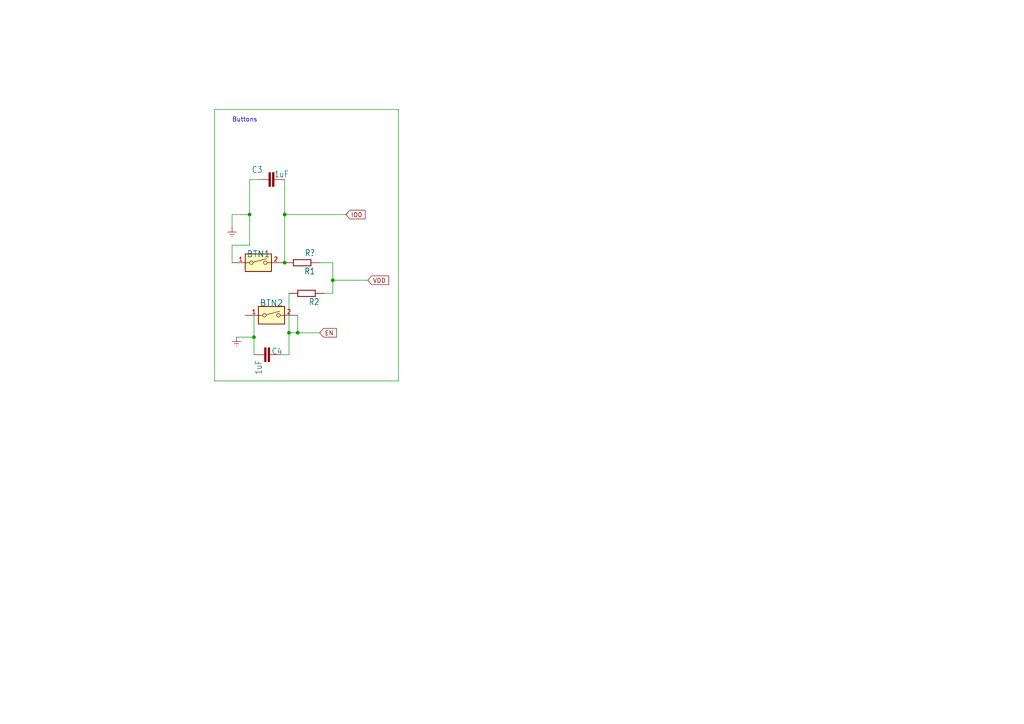
<source format=kicad_sch>
(kicad_sch (version 20211123) (generator eeschema)
  (paper "A4")
  (lib_symbols
    (symbol "Switch:SW_DIP_x01" (pin_names (offset 0) hide)
      (property "Reference" "SW" (at 0 3.81 0))
      (property "Value" "SW_DIP_x01" (at 0 -3.81 0))
      (symbol "SW_DIP_x01_0_0"
        (circle (center -2.032 0) (radius 0.508))
        (polyline (pts (xy -1.524 0.127) (xy 2.3622 1.1684)))
        (circle (center 2.032 0) (radius 0.508))
      )
      (symbol "SW_DIP_x01_0_1"
        (rectangle (start -3.81 2.54) (end 3.81 -2.54) (stroke (width 0.254)) (fill (type background)))
      )
      (symbol "SW_DIP_x01_1_1"
        (pin passive line (at -7.62 0 0) (length 5.08) (name "~") (number "1"))
        (pin passive line (at 7.62 0 180) (length 5.08) (name "~") (number "2"))
      )
    )
    (symbol "esp32s2Stick-eagle-import:C-EUC0805"
      (property "Reference" "C" (at 1.524 0.381 0))
      (property "Value" "C-EUC0805" (at 1.524 -4.699 0))
      (symbol "C-EUC0805_1_0"
        (rectangle (start -2.032 -2.032) (end 2.032 -1.524) (fill (type outline)))
        (rectangle (start -2.032 -1.016) (end 2.032 -0.508) (fill (type outline)))
        (polyline (pts (xy 0 -2.54) (xy 0 -2.032)) (stroke (width 0.1524)))
        (polyline (pts (xy 0 0) (xy 0 -0.508)) (stroke (width 0.1524)))
        (pin passive line (at 0 2.54 270) (length 2.54) (name "1") (number "1"))
        (pin passive line (at 0 -5.08 90) (length 2.54) (name "2") (number "2"))
      )
    )
    (symbol "esp32s2Stick-eagle-import:R-EU_R0603"
      (property "Reference" "R" (at -3.81 1.4986 0))
      (property "Value" "R-EU_R0603" (at -3.81 -3.302 0))
      (symbol "R-EU_R0603_1_0"
        (polyline (pts (xy -2.54 -0.889) (xy -2.54 0.889)) (stroke (width 0.254)))
        (polyline (pts (xy -2.54 -0.889) (xy 2.54 -0.889)) (stroke (width 0.254)))
        (polyline (pts (xy 2.54 -0.889) (xy 2.54 0.889)) (stroke (width 0.254)))
        (polyline (pts (xy 2.54 0.889) (xy -2.54 0.889)) (stroke (width 0.254)))
        (pin passive line (at -5.08 0 0) (length 2.54) (name "1") (number "1"))
        (pin passive line (at 5.08 0 180) (length 2.54) (name "2") (number "2"))
      )
    )
    (symbol "power:Earth" (power) (pin_names (offset 0))
      (symbol "Earth_0_1"
        (polyline (pts (xy -0.635 -1.905) (xy 0.635 -1.905)))
        (polyline (pts (xy -0.127 -2.54) (xy 0.127 -2.54)))
        (polyline (pts (xy 0 -1.27) (xy 0 0)))
        (polyline (pts (xy 1.27 -1.27) (xy -1.27 -1.27)))
      )
      (symbol "Earth_1_1"
        (pin power_in line (at 0 0 270) (length 0) hide (name "Earth") (number "1"))
      )
    )
  )
  (junction (at 86.36 96.52))
  (junction (at 82.55 76.2))
  (junction (at 96.52 81.28))
  (junction (at 72.39 62.23))
  (junction (at 73.66 97.79))
  (junction (at 82.55 62.23))
  (junction (at 83.82 96.52))
  (wire (pts (xy 92.71 76.2) (xy 96.52 76.2)))
  (wire (pts (xy 115.57 31.75) (xy 115.57 110.49)))
  (wire (pts (xy 82.55 52.07) (xy 82.55 62.23)))
  (wire (pts (xy 106.68 81.28) (xy 96.52 81.28)))
  (wire (pts (xy 93.98 85.09) (xy 96.52 85.09)))
  (wire (pts (xy 96.52 81.28) (xy 96.52 85.09)))
  (wire (pts (xy 86.36 96.52) (xy 92.71 96.52)))
  (wire (pts (xy 72.39 52.07) (xy 72.39 62.23)))
  (wire (pts (xy 83.82 85.09) (xy 83.82 96.52)))
  (wire (pts (xy 67.31 71.12) (xy 67.31 76.2)))
  (wire (pts (xy 86.36 91.44) (xy 86.36 96.52)))
  (wire (pts (xy 115.57 110.49) (xy 62.23 110.49)))
  (wire (pts (xy 62.23 31.75) (xy 62.23 110.49)))
  (wire (pts (xy 83.82 96.52) (xy 86.36 96.52)))
  (wire (pts (xy 72.39 71.12) (xy 67.31 71.12)))
  (wire (pts (xy 73.66 97.79) (xy 73.66 102.87)))
  (wire (pts (xy 96.52 76.2) (xy 96.52 81.28)))
  (wire (pts (xy 82.55 62.23) (xy 100.33 62.23)))
  (wire (pts (xy 82.55 62.23) (xy 82.55 76.2)))
  (wire (pts (xy 72.39 62.23) (xy 67.31 62.23)))
  (wire (pts (xy 71.12 91.44) (xy 73.66 91.44)))
  (wire (pts (xy 68.58 97.79) (xy 73.66 97.79)))
  (wire (pts (xy 67.31 62.23) (xy 67.31 66.04)))
  (wire (pts (xy 81.28 102.87) (xy 83.82 102.87)))
  (wire (pts (xy 72.39 62.23) (xy 72.39 71.12)))
  (wire (pts (xy 74.93 52.07) (xy 72.39 52.07)))
  (wire (pts (xy 62.23 31.75) (xy 115.57 31.75)))
  (wire (pts (xy 83.82 96.52) (xy 83.82 102.87)))
  (wire (pts (xy 73.66 91.44) (xy 73.66 97.79)))
  (text "Buttons" (at 67.31 35.56 0) (effects (font (size 1.27 1.27)) (justify left bottom)))
  (global_label "VDD" (shape input) (at 106.68 81.28 0) (property "Intersheet References" "${INTERSHEET_REFS}" (effects hide)))
  (global_label "EN" (shape input) (at 92.71 96.52 0) (property "Intersheet References" "${INTERSHEET_REFS}" (effects hide)))
  (global_label "IO0" (shape input) (at 100.33 62.23 0) (property "Intersheet References" "${INTERSHEET_REFS}" (effects hide)))
  (symbol (lib_id "esp32s2Stick-eagle-import:C-EUC0805") (at 78.74 102.87 270) (unit 1)
    (property "Reference" "C4" (at 78.74 102.87 90) (effects (font (size 1.778 1.5113)) (justify left bottom)))
    (property "Value" "1uF" (at 74.041 104.394 0) (effects (font (size 1.778 1.5113)) (justify left bottom)))
    (property "Footprint" "Capacitor_SMD:C_0805_2012Metric" (effects hide))
  )
  (symbol (lib_id "esp32s2Stick-eagle-import:R-EU_R0603") (at 87.63 76.2 180) (unit 1)
    (property "Reference" "R1" (at 91.44 77.6986 0) (effects (font (size 1.778 1.5113)) (justify left bottom)))
    (property "Value" "R?" (at 91.44 72.39 0) (effects (font (size 1.778 1.5113)) (justify left bottom)))
    (property "Footprint" "Resistor_SMD:R_0402_1005Metric" (effects hide))
  )
  (symbol (lib_id "power:Earth") (at 68.58 97.79 0) (unit 1)
    (property "Reference" "#PWR0104" (effects hide))
    (property "Value" "Earth" (effects hide))
  )
  (symbol (lib_id "esp32s2Stick-eagle-import:C-EUC0805") (at 77.47 52.07 90) (unit 1)
    (property "Reference" "C3" (at 76.2 48.26 90) (effects (font (size 1.778 1.5113)) (justify left bottom)))
    (property "Value" "1uF" (at 83.82 49.53 90) (effects (font (size 1.778 1.5113)) (justify left bottom)))
    (property "Footprint" "Capacitor_SMD:C_0805_2012Metric" (effects hide))
  )
  (symbol (lib_id "power:Earth") (at 67.31 66.04 0) (unit 1)
    (property "Reference" "#PWR0105" (effects hide))
    (property "Value" "Earth" (effects hide))
  )
  (symbol (lib_id "Switch:SW_DIP_x01") (at 78.74 91.44 0) (unit 1)
    (property "Reference" "BTN2" (at 78.74 88.9 0) (effects (font (size 1.778 1.778)) (justify bottom)))
    (property "Value" "SPST-SMD-5.2MM" (effects hide))
    (property "Footprint" "Button_Switch_SMD:SW_SPST_B3SL-1022P" (effects hide))
  )
  (symbol (lib_id "Switch:SW_DIP_x01") (at 74.93 76.2 0) (unit 1)
    (property "Reference" "BTN1" (at 74.93 74.676 0) (effects (font (size 1.778 1.778)) (justify bottom)))
    (property "Value" "SPST-SMD-5.2MM" (effects hide))
    (property "Footprint" "Button_Switch_SMD:SW_SPST_B3SL-1022P" (effects hide))
  )
  (symbol (lib_id "esp32s2Stick-eagle-import:R-EU_R0603") (at 88.9 85.09 180) (unit 1)
    (property "Reference" "R2" (at 92.71 86.5886 0) (effects (font (size 1.778 1.5113)) (justify left bottom)))
    (property "Value" "R-EU_R0603" (effects hide))
    (property "Footprint" "Resistor_SMD:R_0402_1005Metric" (effects hide))
  )
)
</source>
